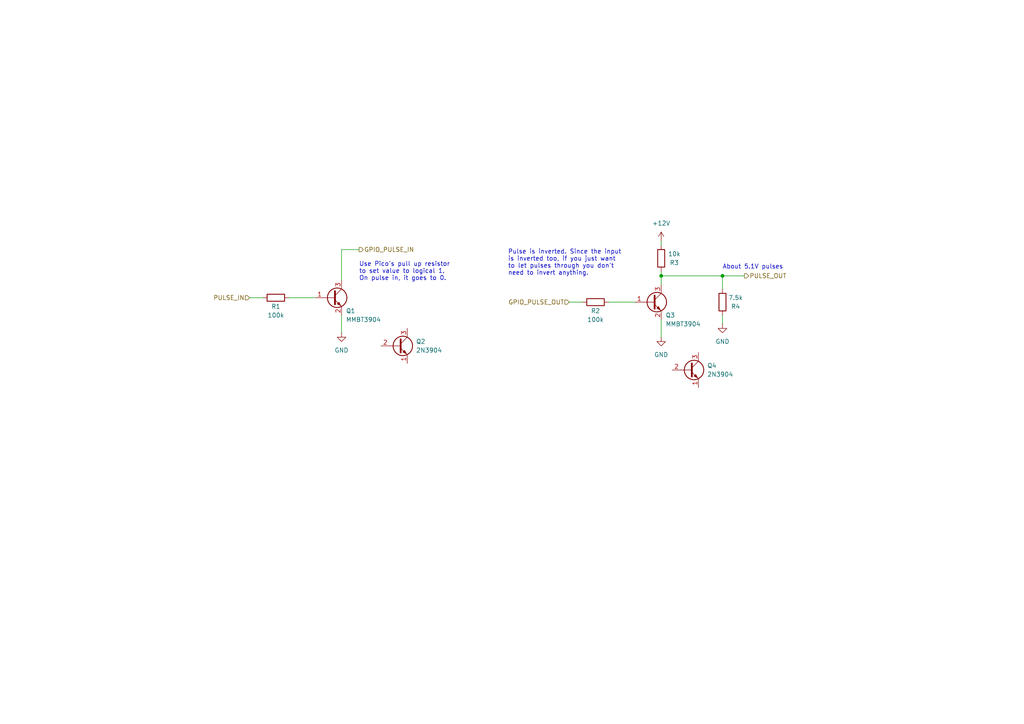
<source format=kicad_sch>
(kicad_sch (version 20250114) (generator "eeschema") (generator_version "9.0")
  (paper "A4")
  (lib_symbols
    (symbol "Device:R" (pin_numbers (hide yes)) (pin_names (offset 0))
      (property "Reference" "R" (at 2.032 0 90))
      (property "Value" "R" (at 0 0 90))
      (symbol "R_0_1"
        (rectangle (start -1.016 -2.54) (end 1.016 2.54) (stroke (width 0.254)))
      )
      (symbol "R_1_1"
        (pin passive line (at 0 3.81 270) (length 1.27) (name "~") (number "1"))
        (pin passive line (at 0 -3.81 90) (length 1.27) (name "~") (number "2"))
      )
    )
    (symbol "Transistor_BJT:2N3904" (pin_names (offset 0) (hide yes))
      (property "Reference" "Q" (at 5.08 1.905 0))
      (property "Value" "2N3904" (at 5.08 0 0))
      (symbol "2N3904_0_1"
        (polyline (pts (xy -2.54 0) (xy 0.635 0)))
        (polyline (pts (xy 0.635 1.905) (xy 0.635 -1.905)) (stroke (width 0.508)))
        (circle (center 1.27 0) (radius 2.8194) (stroke (width 0.254)))
      )
      (symbol "2N3904_1_1"
        (polyline (pts (xy 0.635 0.635) (xy 2.54 2.54)))
        (polyline (pts (xy 0.635 -0.635) (xy 2.54 -2.54)))
        (polyline (pts (xy 1.27 -1.778) (xy 1.778 -1.27) (xy 2.286 -2.286) (xy 1.27 -1.778)) (fill (type outline)))
        (pin input line (at -5.08 0 0) (length 2.54) (name "B") (number "2"))
        (pin passive line (at 2.54 5.08 270) (length 2.54) (name "C") (number "3"))
        (pin passive line (at 2.54 -5.08 90) (length 2.54) (name "E") (number "1"))
      )
    )
    (symbol "Transistor_BJT:MMBT3904" (pin_names (offset 0) (hide yes))
      (property "Reference" "Q" (at 5.08 1.905 0))
      (property "Value" "MMBT3904" (at 5.08 0 0))
      (symbol "MMBT3904_0_1"
        (polyline (pts (xy -2.54 0) (xy 0.635 0)))
        (polyline (pts (xy 0.635 1.905) (xy 0.635 -1.905)) (stroke (width 0.508)))
        (circle (center 1.27 0) (radius 2.8194) (stroke (width 0.254)))
      )
      (symbol "MMBT3904_1_1"
        (polyline (pts (xy 0.635 0.635) (xy 2.54 2.54)))
        (polyline (pts (xy 0.635 -0.635) (xy 2.54 -2.54)))
        (polyline (pts (xy 1.27 -1.778) (xy 1.778 -1.27) (xy 2.286 -2.286) (xy 1.27 -1.778)) (fill (type outline)))
        (pin input line (at -5.08 0 0) (length 2.54) (name "B") (number "1"))
        (pin passive line (at 2.54 5.08 270) (length 2.54) (name "C") (number "3"))
        (pin passive line (at 2.54 -5.08 90) (length 2.54) (name "E") (number "2"))
      )
    )
    (symbol "power:+12V" (power) (pin_numbers (hide yes)) (pin_names (offset 0) (hide yes))
      (property "Value" "+12V" (at 0 3.556 0))
      (symbol "+12V_0_1"
        (polyline (pts (xy -0.762 1.27) (xy 0 2.54)))
        (polyline (pts (xy 0 2.54) (xy 0.762 1.27)))
        (polyline (pts (xy 0 0) (xy 0 2.54)))
      )
      (symbol "+12V_1_1"
        (pin power_in line (at 0 0 90) (length 0) (name "~") (number "1"))
      )
    )
    (symbol "power:GND" (power) (pin_numbers (hide yes)) (pin_names (offset 0) (hide yes))
      (property "Value" "GND" (at 0 -3.81 0))
      (symbol "GND_0_1"
        (polyline (pts (xy 0 0) (xy 0 -1.27) (xy 1.27 -1.27) (xy 0 -2.54) (xy -1.27 -1.27) (xy 0 -1.27)))
      )
      (symbol "GND_1_1"
        (pin power_in line (at 0 0 270) (length 0) (name "~") (number "1"))
      )
    )
  )
  (text "About 5.1V pulses" (at 209.55 77.47 0) (effects (font (size 1.27 1.27)) (justify left)))
  (text "Use Pico's pull up resistor\nto set value to logical 1.\nOn pulse in, it goes to 0." (at 104.14 78.74 0) (effects (font (size 1.27 1.27)) (justify left)))
  (text "Pulse is inverted. Since the input\nis inverted too, if you just want \nto let pulses through you don't \nneed to invert anything." (at 147.32 76.2 0) (effects (font (size 1.27 1.27)) (justify left)))
  (junction (at 209.55 80.01))
  (junction (at 191.77 80.01))
  (wire (pts (xy 72.39 86.36) (xy 76.2 86.36)))
  (wire (pts (xy 191.77 78.74) (xy 191.77 80.01)))
  (wire (pts (xy 191.77 80.01) (xy 191.77 82.55)))
  (wire (pts (xy 209.55 93.98) (xy 209.55 91.44)))
  (wire (pts (xy 209.55 83.82) (xy 209.55 80.01)))
  (wire (pts (xy 191.77 97.79) (xy 191.77 92.71)))
  (wire (pts (xy 99.06 72.39) (xy 99.06 81.28)))
  (wire (pts (xy 99.06 96.52) (xy 99.06 91.44)))
  (wire (pts (xy 83.82 86.36) (xy 91.44 86.36)))
  (wire (pts (xy 209.55 80.01) (xy 215.9 80.01)))
  (wire (pts (xy 165.1 87.63) (xy 168.91 87.63)))
  (wire (pts (xy 191.77 69.85) (xy 191.77 71.12)))
  (wire (pts (xy 209.55 80.01) (xy 191.77 80.01)))
  (wire (pts (xy 176.53 87.63) (xy 184.15 87.63)))
  (wire (pts (xy 99.06 72.39) (xy 104.14 72.39)))
  (hierarchical_label "PULSE_OUT" (shape output) (at 215.9 80.01 0))
  (hierarchical_label "PULSE_IN" (shape input) (at 72.39 86.36 180))
  (hierarchical_label "GPIO_PULSE_IN" (shape output) (at 104.14 72.39 0))
  (hierarchical_label "GPIO_PULSE_OUT" (shape input) (at 165.1 87.63 180))
  (symbol (lib_id "power:+12V") (at 191.77 69.85 0) (unit 1)
    (property "Reference" "#PWR023" (effects (hide yes)))
    (property "Value" "+12V" (at 191.77 64.77 0))
    (property "Description" "Power symbol creates a global label with name \"+12V\"" (effects (hide yes)))
  )
  (symbol (lib_id "Device:R") (at 191.77 74.93 180) (unit 1)
    (property "Reference" "R3" (at 195.58 76.2 0))
    (property "Value" "10k" (at 195.58 73.66 0))
    (property "Footprint" "Resistor_SMD:R_0603_1608Metric" (effects (hide yes)))
    (property "Vendor" "JLCPCB" (effects (hide yes)))
  )
  (symbol (lib_id "power:GND") (at 99.06 96.52 0) (unit 1)
    (property "Reference" "#PWR022" (effects (hide yes)))
    (property "Value" "GND" (at 99.06 101.6 0))
    (property "Description" "Power symbol creates a global label with name \"GND\" , ground" (effects (hide yes)))
  )
  (symbol (lib_id "Transistor_BJT:MMBT3904") (at 189.23 87.63 0) (unit 1)
    (property "Reference" "Q3" (at 193.04 91.44 0) (effects (justify left)))
    (property "Value" "MMBT3904" (at 193.04 93.98 0) (effects (justify left)))
    (property "Footprint" "Package_TO_SOT_SMD:SOT-23" (effects (hide yes)))
    (property "Datasheet" "https://jlcpcb.com/api/file/downloadByFileSystemAccessId/8552894390268936192" (effects (hide yes)))
    (property "Description" "0.2A Ic, 40V Vce, Small Signal NPN Transistor, SOT-23" (effects (hide yes)))
    (property "Vendor" "JLCPCB" (effects (hide yes)))
    (property "LCSC" "C20526" (effects (hide yes)))
  )
  (symbol (lib_id "power:GND") (at 209.55 93.98 0) (unit 1)
    (property "Reference" "#PWR025" (effects (hide yes)))
    (property "Value" "GND" (at 209.55 99.06 0))
    (property "Description" "Power symbol creates a global label with name \"GND\" , ground" (effects (hide yes)))
  )
  (symbol (lib_id "Device:R") (at 172.72 87.63 90) (unit 1)
    (property "Reference" "R2" (at 172.72 90.17 90))
    (property "Value" "100k" (at 172.72 92.71 90))
    (property "Footprint" "Resistor_SMD:R_0603_1608Metric" (effects (hide yes)))
    (property "LCSC" "C25803" (effects (hide yes)))
    (property "Vendor" "JLCPCB" (effects (hide yes)))
  )
  (symbol (lib_id "Transistor_BJT:2N3904") (at 115.57 100.33 0) (unit 1)
    (property "Reference" "Q2" (at 120.65 99.0599 0) (effects (justify left)))
    (property "Value" "2N3904" (at 120.65 101.5999 0) (effects (justify left)))
    (property "Footprint" "Package_TO_SOT_THT:TO-92_Inline" (effects (hide yes)))
    (property "Datasheet" "https://www.onsemi.com/pub/Collateral/2N3903-D.PDF" (effects (hide yes)))
    (property "Description" "0.2A Ic, 40V Vce, Small Signal NPN Transistor, TO-92" (effects (hide yes)))
  )
  (symbol (lib_id "Device:R") (at 209.55 87.63 180) (unit 1)
    (property "Reference" "R4" (at 213.36 88.9 0))
    (property "Value" "7.5k" (at 213.36 86.36 0))
    (property "Footprint" "Resistor_SMD:R_0603_1608Metric" (effects (hide yes)))
    (property "Vendor" "JLCPCB" (effects (hide yes)))
  )
  (symbol (lib_id "power:GND") (at 191.77 97.79 0) (unit 1)
    (property "Reference" "#PWR024" (effects (hide yes)))
    (property "Value" "GND" (at 191.77 102.87 0))
    (property "Description" "Power symbol creates a global label with name \"GND\" , ground" (effects (hide yes)))
  )
  (symbol (lib_id "Transistor_BJT:2N3904") (at 200.025 107.315 0) (unit 1)
    (property "Reference" "Q4" (at 205.105 106.0449 0) (effects (justify left)))
    (property "Value" "2N3904" (at 205.105 108.5849 0) (effects (justify left)))
    (property "Footprint" "Package_TO_SOT_THT:TO-92_Inline" (effects (hide yes)))
    (property "Datasheet" "https://www.onsemi.com/pub/Collateral/2N3903-D.PDF" (effects (hide yes)))
    (property "Description" "0.2A Ic, 40V Vce, Small Signal NPN Transistor, TO-92" (effects (hide yes)))
  )
  (symbol (lib_id "Device:R") (at 80.01 86.36 90) (unit 1)
    (property "Reference" "R1" (at 80.01 88.9 90))
    (property "Value" "100k" (at 80.01 91.44 90))
    (property "Footprint" "Resistor_SMD:R_0603_1608Metric" (effects (hide yes)))
    (property "LCSC" "C25803" (effects (hide yes)))
    (property "Vendor" "JLCPCB" (effects (hide yes)))
  )
  (symbol (lib_id "Transistor_BJT:MMBT3904") (at 96.52 86.36 0) (unit 1)
    (property "Reference" "Q1" (at 100.33 90.17 0) (effects (justify left)))
    (property "Value" "MMBT3904" (at 100.33 92.71 0) (effects (justify left)))
    (property "Footprint" "Package_TO_SOT_SMD:SOT-23" (effects (hide yes)))
    (property "Datasheet" "https://jlcpcb.com/api/file/downloadByFileSystemAccessId/8552894390268936192" (effects (hide yes)))
    (property "Description" "0.2A Ic, 40V Vce, Small Signal NPN Transistor, SOT-23" (effects (hide yes)))
    (property "Vendor" "JLCPCB" (effects (hide yes)))
    (property "LCSC" "C20526" (effects (hide yes)))
  )
)
</source>
